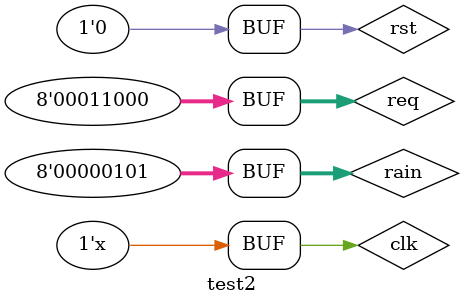
<source format=v>
`timescale 1ns / 1ps


module test2;

	// Inputs
	reg clk;
	reg rst;
	reg [7:0] rain;
	reg [7:0] req;

	// Outputs
	wire [7:0] out;
	wire [7:0] now;
	wire [7:0] electric;

	// Instantiate the Unit Under Test (UUT)
	Reservoir_top uut (
		.clk(clk), 
		.rst(rst), 
		.rain(rain), 
		.out(out), 
		.now(now), 
		.electric(electric), 
		.req(req)
	);

	always begin 
		#5 clk = ~clk;			
	end
	initial begin
		// Initialize Inputs
		clk = 0;
		rst = 1;
		rain = 0;
		req = 0;
		// Wait 100 ns for global reset to finish
		#10;
        
		// Add stimulus here
		rst = 0;
		rain = 5;
		req = 16;
		#10;
		
		rain = 5;
		req = 16;
		#10;
		
		rain = 7;
		req = 24;
		#10;
		
		rain = 5;
		req = 24;
		#10;
		
		rain = 9;
		req = 16;
		#10;
		
		rain = 5;
		req = 32;
		#10;
		
		rain = 5;
		req = 32;
		#10;
		
		rain = 7;
		req = 32;
		#10;
		
		rain = 5;
		req = 16;
		#10;
		
		rain = 9;
		req = 16;
		#10;
		
		rain = 5;
		req = 24;
		#10;
		
		rain = 5;
		req = 24;
		#10;

	end
      
endmodule


</source>
